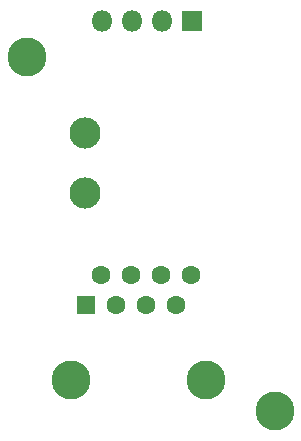
<source format=gbr>
%TF.GenerationSoftware,KiCad,Pcbnew,5.1.6-1.fc32*%
%TF.CreationDate,2020-09-22T21:16:30+01:00*%
%TF.ProjectId,ACNodeAdaptor,41434e6f-6465-4416-9461-70746f722e6b,rev?*%
%TF.SameCoordinates,Original*%
%TF.FileFunction,Soldermask,Bot*%
%TF.FilePolarity,Negative*%
%FSLAX46Y46*%
G04 Gerber Fmt 4.6, Leading zero omitted, Abs format (unit mm)*
G04 Created by KiCad (PCBNEW 5.1.6-1.fc32) date 2020-09-22 21:16:30*
%MOMM*%
%LPD*%
G01*
G04 APERTURE LIST*
%ADD10C,3.300000*%
%ADD11C,2.640000*%
%ADD12C,1.600000*%
%ADD13R,1.600000X1.600000*%
%ADD14O,1.800000X1.800000*%
%ADD15R,1.800000X1.800000*%
G04 APERTURE END LIST*
D10*
%TO.C,REF\u002A\u002A*%
X156000000Y-105000000D03*
%TD*%
%TO.C,REF\u002A\u002A*%
X135000000Y-75000000D03*
%TD*%
D11*
%TO.C,J1*%
X139950000Y-86520000D03*
X139950000Y-81440000D03*
%TD*%
D12*
%TO.C,J3*%
X148890000Y-93460000D03*
X147620000Y-96000000D03*
X146350000Y-93460000D03*
X145080000Y-96000000D03*
X143810000Y-93460000D03*
X142540000Y-96000000D03*
X141270000Y-93460000D03*
D13*
X140000000Y-96000000D03*
D10*
X138730000Y-102350000D03*
X150160000Y-102350000D03*
%TD*%
D14*
%TO.C,J2*%
X141380000Y-72000000D03*
X143920000Y-72000000D03*
X146460000Y-72000000D03*
D15*
X149000000Y-72000000D03*
%TD*%
M02*

</source>
